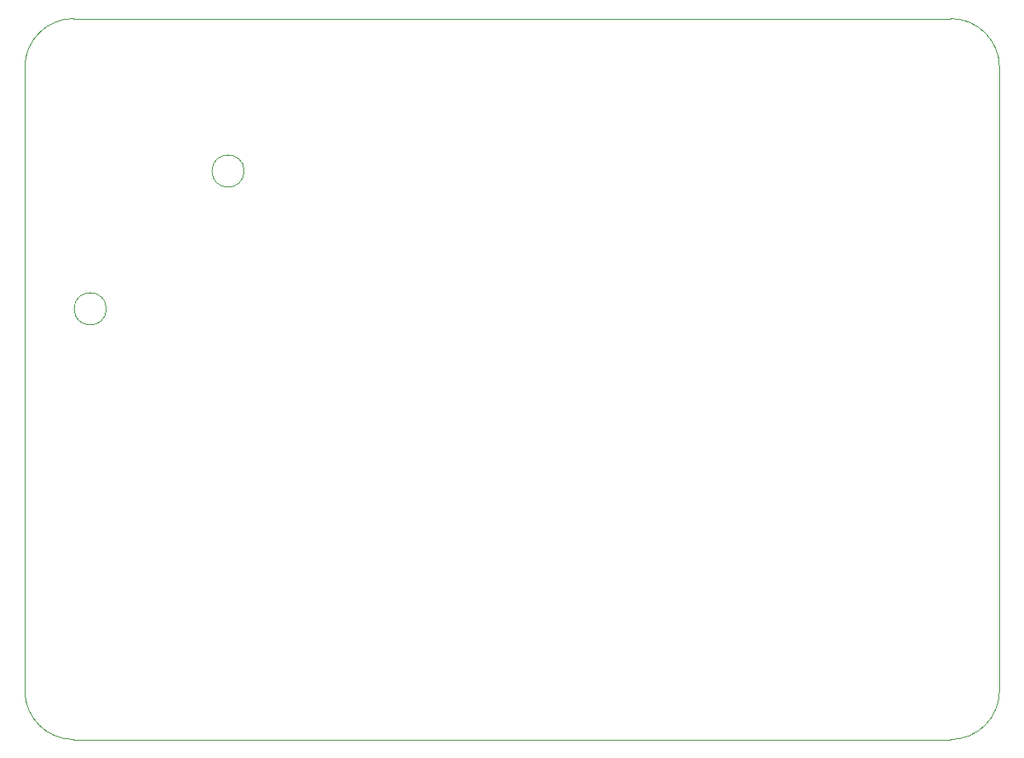
<source format=gbr>
%TF.GenerationSoftware,KiCad,Pcbnew,(6.0.0)*%
%TF.CreationDate,2022-07-12T00:59:49+05:30*%
%TF.ProjectId,Multislope 3I,4d756c74-6973-46c6-9f70-652033492e6b,rev?*%
%TF.SameCoordinates,Original*%
%TF.FileFunction,Profile,NP*%
%FSLAX46Y46*%
G04 Gerber Fmt 4.6, Leading zero omitted, Abs format (unit mm)*
G04 Created by KiCad (PCBNEW (6.0.0)) date 2022-07-12 00:59:49*
%MOMM*%
%LPD*%
G01*
G04 APERTURE LIST*
%TA.AperFunction,Profile*%
%ADD10C,0.100000*%
%TD*%
%TA.AperFunction,Profile*%
%ADD11C,0.120000*%
%TD*%
G04 APERTURE END LIST*
D10*
X96000000Y-63000000D02*
G75*
G03*
X91000000Y-68000000I0J-5000000D01*
G01*
X91000000Y-132000000D02*
G75*
G03*
X96000000Y-137000000I5000000J0D01*
G01*
X191000000Y-132000000D02*
X191000000Y-68000000D01*
X91000000Y-68000000D02*
X91000000Y-132000000D01*
X186000000Y-63000000D02*
X96000000Y-63000000D01*
X186000000Y-137000000D02*
G75*
G03*
X191000000Y-132000000I0J5000000D01*
G01*
X191000000Y-68000000D02*
G75*
G03*
X186000000Y-63000000I-5000000J0D01*
G01*
X96000000Y-137000000D02*
X186000000Y-137000000D01*
D11*
%TO.C,N1*%
X113496068Y-78653932D02*
G75*
G03*
X113496068Y-78653932I-1650000J0D01*
G01*
X99353932Y-92796068D02*
G75*
G03*
X99353932Y-92796068I-1650000J0D01*
G01*
%TD*%
M02*

</source>
